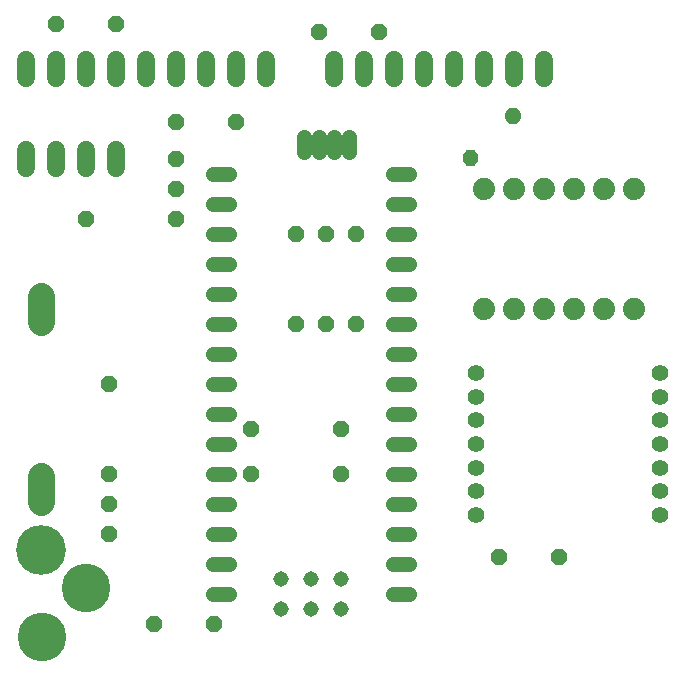
<source format=gtl>
G75*
%MOIN*%
%OFA0B0*%
%FSLAX25Y25*%
%IPPOS*%
%LPD*%
%AMOC8*
5,1,8,0,0,1.08239X$1,22.5*
%
%ADD10OC8,0.05200*%
%ADD11C,0.08850*%
%ADD12C,0.05000*%
%ADD13C,0.06000*%
%ADD14C,0.16598*%
%ADD15C,0.16200*%
%ADD16C,0.05150*%
%ADD17C,0.05150*%
%ADD18C,0.05600*%
%ADD19C,0.07400*%
%ADD20C,0.01040*%
D10*
X0051800Y0065000D03*
X0051800Y0075000D03*
X0051800Y0085000D03*
X0051800Y0115000D03*
X0099300Y0100000D03*
X0099300Y0085000D03*
X0129300Y0085000D03*
X0129300Y0100000D03*
X0124300Y0135000D03*
X0114300Y0135000D03*
X0134300Y0135000D03*
X0134300Y0165000D03*
X0124300Y0165000D03*
X0114300Y0165000D03*
X0094300Y0202500D03*
X0074300Y0202500D03*
X0074300Y0190000D03*
X0074300Y0180000D03*
X0074300Y0170000D03*
X0044300Y0170000D03*
X0034300Y0235000D03*
X0054300Y0235000D03*
X0121800Y0232500D03*
X0141800Y0232500D03*
X0181800Y0057500D03*
X0201800Y0057500D03*
X0086800Y0035000D03*
X0066800Y0035000D03*
D11*
X0029300Y0075575D02*
X0029300Y0084425D01*
X0029300Y0135575D02*
X0029300Y0144425D01*
D12*
X0116800Y0192500D02*
X0116800Y0197500D01*
X0121800Y0197500D02*
X0121800Y0192500D01*
X0126800Y0192500D02*
X0126800Y0197500D01*
X0131800Y0197500D02*
X0131800Y0192500D01*
D13*
X0126800Y0217000D02*
X0126800Y0223000D01*
X0136800Y0223000D02*
X0136800Y0217000D01*
X0146800Y0217000D02*
X0146800Y0223000D01*
X0156800Y0223000D02*
X0156800Y0217000D01*
X0166800Y0217000D02*
X0166800Y0223000D01*
X0176800Y0223000D02*
X0176800Y0217000D01*
X0186800Y0217000D02*
X0186800Y0223000D01*
X0196800Y0223000D02*
X0196800Y0217000D01*
X0104300Y0217000D02*
X0104300Y0223000D01*
X0094300Y0223000D02*
X0094300Y0217000D01*
X0084300Y0217000D02*
X0084300Y0223000D01*
X0074300Y0223000D02*
X0074300Y0217000D01*
X0064300Y0217000D02*
X0064300Y0223000D01*
X0054300Y0223000D02*
X0054300Y0217000D01*
X0044300Y0217000D02*
X0044300Y0223000D01*
X0034300Y0223000D02*
X0034300Y0217000D01*
X0024300Y0217000D02*
X0024300Y0223000D01*
X0024300Y0193000D02*
X0024300Y0187000D01*
X0034300Y0187000D02*
X0034300Y0193000D01*
X0044300Y0193000D02*
X0044300Y0187000D01*
X0054300Y0187000D02*
X0054300Y0193000D01*
D14*
X0029300Y0059637D03*
D15*
X0029400Y0030815D03*
X0044109Y0047126D03*
D16*
X0086725Y0045000D02*
X0091875Y0045000D01*
X0091875Y0055000D02*
X0086725Y0055000D01*
X0086725Y0065000D02*
X0091875Y0065000D01*
X0091875Y0075000D02*
X0086725Y0075000D01*
X0086725Y0085000D02*
X0091875Y0085000D01*
X0091875Y0095000D02*
X0086725Y0095000D01*
X0086725Y0105000D02*
X0091875Y0105000D01*
X0091875Y0115000D02*
X0086725Y0115000D01*
X0086725Y0125000D02*
X0091875Y0125000D01*
X0091875Y0135000D02*
X0086725Y0135000D01*
X0086725Y0145000D02*
X0091875Y0145000D01*
X0091875Y0155000D02*
X0086725Y0155000D01*
X0086725Y0165000D02*
X0091875Y0165000D01*
X0091875Y0175000D02*
X0086725Y0175000D01*
X0086725Y0185000D02*
X0091875Y0185000D01*
X0146725Y0185000D02*
X0151875Y0185000D01*
X0151875Y0175000D02*
X0146725Y0175000D01*
X0146725Y0165000D02*
X0151875Y0165000D01*
X0151875Y0155000D02*
X0146725Y0155000D01*
X0146725Y0145000D02*
X0151875Y0145000D01*
X0151875Y0135000D02*
X0146725Y0135000D01*
X0146725Y0125000D02*
X0151875Y0125000D01*
X0151875Y0115000D02*
X0146725Y0115000D01*
X0146725Y0105000D02*
X0151875Y0105000D01*
X0151875Y0095000D02*
X0146725Y0095000D01*
X0146725Y0085000D02*
X0151875Y0085000D01*
X0151875Y0075000D02*
X0146725Y0075000D01*
X0146725Y0065000D02*
X0151875Y0065000D01*
X0151875Y0055000D02*
X0146725Y0055000D01*
X0146725Y0045000D02*
X0151875Y0045000D01*
D17*
X0129300Y0040000D03*
X0129300Y0050000D03*
X0119300Y0050000D03*
X0119300Y0040000D03*
X0109300Y0040000D03*
X0109300Y0050000D03*
D18*
X0174300Y0071378D03*
X0174300Y0079252D03*
X0174300Y0087126D03*
X0174300Y0095000D03*
X0174300Y0102874D03*
X0174300Y0110748D03*
X0174300Y0118622D03*
X0235550Y0118622D03*
X0235550Y0110748D03*
X0235550Y0102874D03*
X0235550Y0095000D03*
X0235550Y0087126D03*
X0235550Y0079252D03*
X0235550Y0071378D03*
D19*
X0226800Y0140000D03*
X0216800Y0140000D03*
X0206800Y0140000D03*
X0196800Y0140000D03*
X0186800Y0140000D03*
X0176800Y0140000D03*
X0176800Y0180000D03*
X0186800Y0180000D03*
X0196800Y0180000D03*
X0206800Y0180000D03*
X0216800Y0180000D03*
X0226800Y0180000D03*
D20*
X0184812Y0204230D02*
X0184292Y0203710D01*
X0184292Y0205432D01*
X0185510Y0206650D01*
X0187232Y0206650D01*
X0188450Y0205432D01*
X0188450Y0203710D01*
X0187232Y0202492D01*
X0185510Y0202492D01*
X0184292Y0203710D01*
X0185072Y0204033D01*
X0185072Y0205109D01*
X0185833Y0205870D01*
X0186909Y0205870D01*
X0187670Y0205109D01*
X0187670Y0204033D01*
X0186909Y0203272D01*
X0185833Y0203272D01*
X0185072Y0204033D01*
X0185852Y0204356D01*
X0185852Y0204786D01*
X0186156Y0205090D01*
X0186586Y0205090D01*
X0186890Y0204786D01*
X0186890Y0204356D01*
X0186586Y0204052D01*
X0186156Y0204052D01*
X0185852Y0204356D01*
X0170670Y0190088D02*
X0170150Y0189568D01*
X0170150Y0191290D01*
X0171368Y0192508D01*
X0173090Y0192508D01*
X0174308Y0191290D01*
X0174308Y0189568D01*
X0173090Y0188350D01*
X0171368Y0188350D01*
X0170150Y0189568D01*
X0170930Y0189891D01*
X0170930Y0190967D01*
X0171691Y0191728D01*
X0172767Y0191728D01*
X0173528Y0190967D01*
X0173528Y0189891D01*
X0172767Y0189130D01*
X0171691Y0189130D01*
X0170930Y0189891D01*
X0171710Y0190214D01*
X0171710Y0190644D01*
X0172014Y0190948D01*
X0172444Y0190948D01*
X0172748Y0190644D01*
X0172748Y0190214D01*
X0172444Y0189910D01*
X0172014Y0189910D01*
X0171710Y0190214D01*
M02*

</source>
